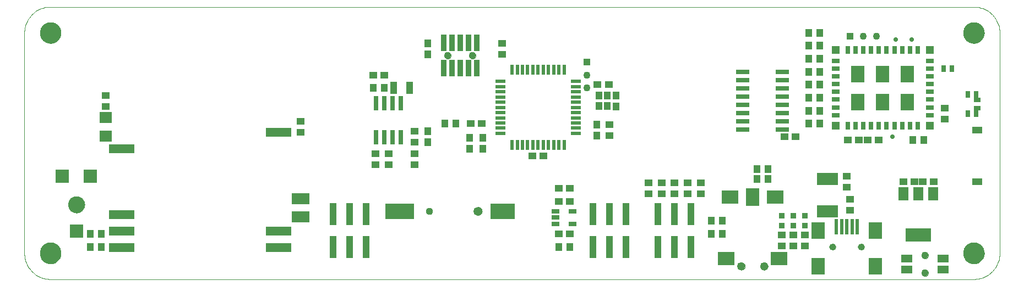
<source format=gts>
G75*
G70*
%OFA0B0*%
%FSLAX24Y24*%
%IPPOS*%
%LPD*%
%AMOC8*
5,1,8,0,0,1.08239X$1,22.5*
%
%ADD10C,0.0000*%
%ADD11C,0.1300*%
%ADD12R,0.0827X0.0985*%
%ADD13R,0.0237X0.0949*%
%ADD14C,0.0394*%
%ADD15R,0.0434X0.0473*%
%ADD16R,0.0473X0.0434*%
%ADD17R,0.0276X0.0906*%
%ADD18R,0.0237X0.0631*%
%ADD19R,0.0631X0.0237*%
%ADD20R,0.1540X0.0540*%
%ADD21R,0.1103X0.0670*%
%ADD22C,0.0493*%
%ADD23R,0.1024X0.0827*%
%ADD24R,0.0827X0.1064*%
%ADD25R,0.1300X0.0741*%
%ADD26R,0.0434X0.0512*%
%ADD27R,0.0434X0.0749*%
%ADD28C,0.0434*%
%ADD29R,0.0339X0.0985*%
%ADD30R,0.0440X0.1340*%
%ADD31R,0.0512X0.0257*%
%ADD32R,0.0316X0.0512*%
%ADD33R,0.0512X0.0512*%
%ADD34R,0.0788X0.0985*%
%ADD35R,0.0512X0.0316*%
%ADD36R,0.0394X0.0316*%
%ADD37R,0.0316X0.0394*%
%ADD38R,0.0631X0.0434*%
%ADD39C,0.0276*%
%ADD40R,0.0434X0.0434*%
%ADD41R,0.0670X0.0493*%
%ADD42R,0.1733X0.0946*%
%ADD43R,0.1481X0.0946*%
%ADD44C,0.0532*%
%ADD45R,0.0631X0.0827*%
%ADD46R,0.1536X0.0827*%
%ADD47R,0.0840X0.0300*%
%ADD48R,0.0355X0.0355*%
%ADD49R,0.0827X0.0827*%
%ADD50C,0.1024*%
%ADD51R,0.0750X0.0670*%
D10*
X001725Y001109D02*
X057630Y001109D01*
X054481Y001483D02*
X054483Y001510D01*
X054489Y001537D01*
X054498Y001563D01*
X054511Y001587D01*
X054527Y001610D01*
X054546Y001629D01*
X054568Y001646D01*
X054592Y001660D01*
X054617Y001670D01*
X054644Y001677D01*
X054671Y001680D01*
X054699Y001679D01*
X054726Y001674D01*
X054752Y001666D01*
X054776Y001654D01*
X054799Y001638D01*
X054820Y001620D01*
X054837Y001599D01*
X054852Y001575D01*
X054863Y001550D01*
X054871Y001524D01*
X054875Y001497D01*
X054875Y001469D01*
X054871Y001442D01*
X054863Y001416D01*
X054852Y001391D01*
X054837Y001367D01*
X054820Y001346D01*
X054799Y001328D01*
X054777Y001312D01*
X054752Y001300D01*
X054726Y001292D01*
X054699Y001287D01*
X054671Y001286D01*
X054644Y001289D01*
X054617Y001296D01*
X054592Y001306D01*
X054568Y001320D01*
X054546Y001337D01*
X054527Y001356D01*
X054511Y001379D01*
X054498Y001403D01*
X054489Y001429D01*
X054483Y001456D01*
X054481Y001483D01*
X054481Y002546D02*
X054483Y002573D01*
X054489Y002600D01*
X054498Y002626D01*
X054511Y002650D01*
X054527Y002673D01*
X054546Y002692D01*
X054568Y002709D01*
X054592Y002723D01*
X054617Y002733D01*
X054644Y002740D01*
X054671Y002743D01*
X054699Y002742D01*
X054726Y002737D01*
X054752Y002729D01*
X054776Y002717D01*
X054799Y002701D01*
X054820Y002683D01*
X054837Y002662D01*
X054852Y002638D01*
X054863Y002613D01*
X054871Y002587D01*
X054875Y002560D01*
X054875Y002532D01*
X054871Y002505D01*
X054863Y002479D01*
X054852Y002454D01*
X054837Y002430D01*
X054820Y002409D01*
X054799Y002391D01*
X054777Y002375D01*
X054752Y002363D01*
X054726Y002355D01*
X054699Y002350D01*
X054671Y002349D01*
X054644Y002352D01*
X054617Y002359D01*
X054592Y002369D01*
X054568Y002383D01*
X054546Y002400D01*
X054527Y002419D01*
X054511Y002442D01*
X054498Y002466D01*
X054489Y002492D01*
X054483Y002519D01*
X054481Y002546D01*
X057000Y002684D02*
X057002Y002734D01*
X057008Y002784D01*
X057018Y002833D01*
X057032Y002881D01*
X057049Y002928D01*
X057070Y002973D01*
X057095Y003017D01*
X057123Y003058D01*
X057155Y003097D01*
X057189Y003134D01*
X057226Y003168D01*
X057266Y003198D01*
X057308Y003225D01*
X057352Y003249D01*
X057398Y003270D01*
X057445Y003286D01*
X057493Y003299D01*
X057543Y003308D01*
X057592Y003313D01*
X057643Y003314D01*
X057693Y003311D01*
X057742Y003304D01*
X057791Y003293D01*
X057839Y003278D01*
X057885Y003260D01*
X057930Y003238D01*
X057973Y003212D01*
X058014Y003183D01*
X058053Y003151D01*
X058089Y003116D01*
X058121Y003078D01*
X058151Y003038D01*
X058178Y002995D01*
X058201Y002951D01*
X058220Y002905D01*
X058236Y002857D01*
X058248Y002808D01*
X058256Y002759D01*
X058260Y002709D01*
X058260Y002659D01*
X058256Y002609D01*
X058248Y002560D01*
X058236Y002511D01*
X058220Y002463D01*
X058201Y002417D01*
X058178Y002373D01*
X058151Y002330D01*
X058121Y002290D01*
X058089Y002252D01*
X058053Y002217D01*
X058014Y002185D01*
X057973Y002156D01*
X057930Y002130D01*
X057885Y002108D01*
X057839Y002090D01*
X057791Y002075D01*
X057742Y002064D01*
X057693Y002057D01*
X057643Y002054D01*
X057592Y002055D01*
X057543Y002060D01*
X057493Y002069D01*
X057445Y002082D01*
X057398Y002098D01*
X057352Y002119D01*
X057308Y002143D01*
X057266Y002170D01*
X057226Y002200D01*
X057189Y002234D01*
X057155Y002271D01*
X057123Y002310D01*
X057095Y002351D01*
X057070Y002395D01*
X057049Y002440D01*
X057032Y002487D01*
X057018Y002535D01*
X057008Y002584D01*
X057002Y002634D01*
X057000Y002684D01*
X057630Y001109D02*
X057707Y001111D01*
X057784Y001117D01*
X057861Y001126D01*
X057937Y001139D01*
X058013Y001156D01*
X058087Y001177D01*
X058161Y001201D01*
X058233Y001229D01*
X058303Y001260D01*
X058372Y001295D01*
X058440Y001333D01*
X058505Y001374D01*
X058568Y001419D01*
X058629Y001467D01*
X058688Y001517D01*
X058744Y001570D01*
X058797Y001626D01*
X058847Y001685D01*
X058895Y001746D01*
X058940Y001809D01*
X058981Y001874D01*
X059019Y001942D01*
X059054Y002011D01*
X059085Y002081D01*
X059113Y002153D01*
X059137Y002227D01*
X059158Y002301D01*
X059175Y002377D01*
X059188Y002453D01*
X059197Y002530D01*
X059203Y002607D01*
X059205Y002684D01*
X059205Y016070D01*
X057000Y016070D02*
X057002Y016120D01*
X057008Y016170D01*
X057018Y016219D01*
X057032Y016267D01*
X057049Y016314D01*
X057070Y016359D01*
X057095Y016403D01*
X057123Y016444D01*
X057155Y016483D01*
X057189Y016520D01*
X057226Y016554D01*
X057266Y016584D01*
X057308Y016611D01*
X057352Y016635D01*
X057398Y016656D01*
X057445Y016672D01*
X057493Y016685D01*
X057543Y016694D01*
X057592Y016699D01*
X057643Y016700D01*
X057693Y016697D01*
X057742Y016690D01*
X057791Y016679D01*
X057839Y016664D01*
X057885Y016646D01*
X057930Y016624D01*
X057973Y016598D01*
X058014Y016569D01*
X058053Y016537D01*
X058089Y016502D01*
X058121Y016464D01*
X058151Y016424D01*
X058178Y016381D01*
X058201Y016337D01*
X058220Y016291D01*
X058236Y016243D01*
X058248Y016194D01*
X058256Y016145D01*
X058260Y016095D01*
X058260Y016045D01*
X058256Y015995D01*
X058248Y015946D01*
X058236Y015897D01*
X058220Y015849D01*
X058201Y015803D01*
X058178Y015759D01*
X058151Y015716D01*
X058121Y015676D01*
X058089Y015638D01*
X058053Y015603D01*
X058014Y015571D01*
X057973Y015542D01*
X057930Y015516D01*
X057885Y015494D01*
X057839Y015476D01*
X057791Y015461D01*
X057742Y015450D01*
X057693Y015443D01*
X057643Y015440D01*
X057592Y015441D01*
X057543Y015446D01*
X057493Y015455D01*
X057445Y015468D01*
X057398Y015484D01*
X057352Y015505D01*
X057308Y015529D01*
X057266Y015556D01*
X057226Y015586D01*
X057189Y015620D01*
X057155Y015657D01*
X057123Y015696D01*
X057095Y015737D01*
X057070Y015781D01*
X057049Y015826D01*
X057032Y015873D01*
X057018Y015921D01*
X057008Y015970D01*
X057002Y016020D01*
X057000Y016070D01*
X057630Y017645D02*
X057707Y017643D01*
X057784Y017637D01*
X057861Y017628D01*
X057937Y017615D01*
X058013Y017598D01*
X058087Y017577D01*
X058161Y017553D01*
X058233Y017525D01*
X058303Y017494D01*
X058372Y017459D01*
X058440Y017421D01*
X058505Y017380D01*
X058568Y017335D01*
X058629Y017287D01*
X058688Y017237D01*
X058744Y017184D01*
X058797Y017128D01*
X058847Y017069D01*
X058895Y017008D01*
X058940Y016945D01*
X058981Y016880D01*
X059019Y016812D01*
X059054Y016743D01*
X059085Y016673D01*
X059113Y016601D01*
X059137Y016527D01*
X059158Y016453D01*
X059175Y016377D01*
X059188Y016301D01*
X059197Y016224D01*
X059203Y016147D01*
X059205Y016070D01*
X057630Y017645D02*
X001725Y017645D01*
X001095Y016070D02*
X001097Y016120D01*
X001103Y016170D01*
X001113Y016219D01*
X001127Y016267D01*
X001144Y016314D01*
X001165Y016359D01*
X001190Y016403D01*
X001218Y016444D01*
X001250Y016483D01*
X001284Y016520D01*
X001321Y016554D01*
X001361Y016584D01*
X001403Y016611D01*
X001447Y016635D01*
X001493Y016656D01*
X001540Y016672D01*
X001588Y016685D01*
X001638Y016694D01*
X001687Y016699D01*
X001738Y016700D01*
X001788Y016697D01*
X001837Y016690D01*
X001886Y016679D01*
X001934Y016664D01*
X001980Y016646D01*
X002025Y016624D01*
X002068Y016598D01*
X002109Y016569D01*
X002148Y016537D01*
X002184Y016502D01*
X002216Y016464D01*
X002246Y016424D01*
X002273Y016381D01*
X002296Y016337D01*
X002315Y016291D01*
X002331Y016243D01*
X002343Y016194D01*
X002351Y016145D01*
X002355Y016095D01*
X002355Y016045D01*
X002351Y015995D01*
X002343Y015946D01*
X002331Y015897D01*
X002315Y015849D01*
X002296Y015803D01*
X002273Y015759D01*
X002246Y015716D01*
X002216Y015676D01*
X002184Y015638D01*
X002148Y015603D01*
X002109Y015571D01*
X002068Y015542D01*
X002025Y015516D01*
X001980Y015494D01*
X001934Y015476D01*
X001886Y015461D01*
X001837Y015450D01*
X001788Y015443D01*
X001738Y015440D01*
X001687Y015441D01*
X001638Y015446D01*
X001588Y015455D01*
X001540Y015468D01*
X001493Y015484D01*
X001447Y015505D01*
X001403Y015529D01*
X001361Y015556D01*
X001321Y015586D01*
X001284Y015620D01*
X001250Y015657D01*
X001218Y015696D01*
X001190Y015737D01*
X001165Y015781D01*
X001144Y015826D01*
X001127Y015873D01*
X001113Y015921D01*
X001103Y015970D01*
X001097Y016020D01*
X001095Y016070D01*
X000150Y016070D02*
X000152Y016147D01*
X000158Y016224D01*
X000167Y016301D01*
X000180Y016377D01*
X000197Y016453D01*
X000218Y016527D01*
X000242Y016601D01*
X000270Y016673D01*
X000301Y016743D01*
X000336Y016812D01*
X000374Y016880D01*
X000415Y016945D01*
X000460Y017008D01*
X000508Y017069D01*
X000558Y017128D01*
X000611Y017184D01*
X000667Y017237D01*
X000726Y017287D01*
X000787Y017335D01*
X000850Y017380D01*
X000915Y017421D01*
X000983Y017459D01*
X001052Y017494D01*
X001122Y017525D01*
X001194Y017553D01*
X001268Y017577D01*
X001342Y017598D01*
X001418Y017615D01*
X001494Y017628D01*
X001571Y017637D01*
X001648Y017643D01*
X001725Y017645D01*
X000150Y016070D02*
X000150Y002684D01*
X001095Y002684D02*
X001097Y002734D01*
X001103Y002784D01*
X001113Y002833D01*
X001127Y002881D01*
X001144Y002928D01*
X001165Y002973D01*
X001190Y003017D01*
X001218Y003058D01*
X001250Y003097D01*
X001284Y003134D01*
X001321Y003168D01*
X001361Y003198D01*
X001403Y003225D01*
X001447Y003249D01*
X001493Y003270D01*
X001540Y003286D01*
X001588Y003299D01*
X001638Y003308D01*
X001687Y003313D01*
X001738Y003314D01*
X001788Y003311D01*
X001837Y003304D01*
X001886Y003293D01*
X001934Y003278D01*
X001980Y003260D01*
X002025Y003238D01*
X002068Y003212D01*
X002109Y003183D01*
X002148Y003151D01*
X002184Y003116D01*
X002216Y003078D01*
X002246Y003038D01*
X002273Y002995D01*
X002296Y002951D01*
X002315Y002905D01*
X002331Y002857D01*
X002343Y002808D01*
X002351Y002759D01*
X002355Y002709D01*
X002355Y002659D01*
X002351Y002609D01*
X002343Y002560D01*
X002331Y002511D01*
X002315Y002463D01*
X002296Y002417D01*
X002273Y002373D01*
X002246Y002330D01*
X002216Y002290D01*
X002184Y002252D01*
X002148Y002217D01*
X002109Y002185D01*
X002068Y002156D01*
X002025Y002130D01*
X001980Y002108D01*
X001934Y002090D01*
X001886Y002075D01*
X001837Y002064D01*
X001788Y002057D01*
X001738Y002054D01*
X001687Y002055D01*
X001638Y002060D01*
X001588Y002069D01*
X001540Y002082D01*
X001493Y002098D01*
X001447Y002119D01*
X001403Y002143D01*
X001361Y002170D01*
X001321Y002200D01*
X001284Y002234D01*
X001250Y002271D01*
X001218Y002310D01*
X001190Y002351D01*
X001165Y002395D01*
X001144Y002440D01*
X001127Y002487D01*
X001113Y002535D01*
X001103Y002584D01*
X001097Y002634D01*
X001095Y002684D01*
X000150Y002684D02*
X000152Y002607D01*
X000158Y002530D01*
X000167Y002453D01*
X000180Y002377D01*
X000197Y002301D01*
X000218Y002227D01*
X000242Y002153D01*
X000270Y002081D01*
X000301Y002011D01*
X000336Y001942D01*
X000374Y001874D01*
X000415Y001809D01*
X000460Y001746D01*
X000508Y001685D01*
X000558Y001626D01*
X000611Y001570D01*
X000667Y001517D01*
X000726Y001467D01*
X000787Y001419D01*
X000850Y001374D01*
X000915Y001333D01*
X000983Y001295D01*
X001052Y001260D01*
X001122Y001229D01*
X001194Y001201D01*
X001268Y001177D01*
X001342Y001156D01*
X001418Y001139D01*
X001494Y001126D01*
X001571Y001117D01*
X001648Y001111D01*
X001725Y001109D01*
X002808Y005637D02*
X002810Y005681D01*
X002816Y005725D01*
X002826Y005768D01*
X002839Y005810D01*
X002857Y005850D01*
X002878Y005889D01*
X002902Y005926D01*
X002929Y005961D01*
X002960Y005993D01*
X002993Y006022D01*
X003029Y006048D01*
X003067Y006070D01*
X003107Y006089D01*
X003148Y006105D01*
X003191Y006117D01*
X003234Y006125D01*
X003278Y006129D01*
X003322Y006129D01*
X003366Y006125D01*
X003409Y006117D01*
X003452Y006105D01*
X003493Y006089D01*
X003533Y006070D01*
X003571Y006048D01*
X003607Y006022D01*
X003640Y005993D01*
X003671Y005961D01*
X003698Y005926D01*
X003722Y005889D01*
X003743Y005850D01*
X003761Y005810D01*
X003774Y005768D01*
X003784Y005725D01*
X003790Y005681D01*
X003792Y005637D01*
X003790Y005593D01*
X003784Y005549D01*
X003774Y005506D01*
X003761Y005464D01*
X003743Y005424D01*
X003722Y005385D01*
X003698Y005348D01*
X003671Y005313D01*
X003640Y005281D01*
X003607Y005252D01*
X003571Y005226D01*
X003533Y005204D01*
X003493Y005185D01*
X003452Y005169D01*
X003409Y005157D01*
X003366Y005149D01*
X003322Y005145D01*
X003278Y005145D01*
X003234Y005149D01*
X003191Y005157D01*
X003148Y005169D01*
X003107Y005185D01*
X003067Y005204D01*
X003029Y005226D01*
X002993Y005252D01*
X002960Y005281D01*
X002929Y005313D01*
X002902Y005348D01*
X002878Y005385D01*
X002857Y005424D01*
X002839Y005464D01*
X002826Y005506D01*
X002816Y005549D01*
X002810Y005593D01*
X002808Y005637D01*
X024461Y005243D02*
X024463Y005270D01*
X024469Y005297D01*
X024478Y005323D01*
X024491Y005347D01*
X024507Y005370D01*
X024526Y005389D01*
X024548Y005406D01*
X024572Y005420D01*
X024597Y005430D01*
X024624Y005437D01*
X024651Y005440D01*
X024679Y005439D01*
X024706Y005434D01*
X024732Y005426D01*
X024756Y005414D01*
X024779Y005398D01*
X024800Y005380D01*
X024817Y005359D01*
X024832Y005335D01*
X024843Y005310D01*
X024851Y005284D01*
X024855Y005257D01*
X024855Y005229D01*
X024851Y005202D01*
X024843Y005176D01*
X024832Y005151D01*
X024817Y005127D01*
X024800Y005106D01*
X024779Y005088D01*
X024757Y005072D01*
X024732Y005060D01*
X024706Y005052D01*
X024679Y005047D01*
X024651Y005046D01*
X024624Y005049D01*
X024597Y005056D01*
X024572Y005066D01*
X024548Y005080D01*
X024526Y005097D01*
X024507Y005116D01*
X024491Y005139D01*
X024478Y005163D01*
X024469Y005189D01*
X024463Y005216D01*
X024461Y005243D01*
X027365Y005243D02*
X027367Y005274D01*
X027373Y005304D01*
X027382Y005334D01*
X027395Y005362D01*
X027412Y005388D01*
X027432Y005411D01*
X027454Y005433D01*
X027479Y005451D01*
X027506Y005466D01*
X027535Y005477D01*
X027565Y005485D01*
X027596Y005489D01*
X027626Y005489D01*
X027657Y005485D01*
X027687Y005477D01*
X027716Y005466D01*
X027743Y005451D01*
X027768Y005433D01*
X027790Y005411D01*
X027810Y005388D01*
X027827Y005362D01*
X027840Y005334D01*
X027849Y005304D01*
X027855Y005274D01*
X027857Y005243D01*
X027855Y005212D01*
X027849Y005182D01*
X027840Y005152D01*
X027827Y005124D01*
X027810Y005098D01*
X027790Y005075D01*
X027768Y005053D01*
X027743Y005035D01*
X027716Y005020D01*
X027687Y005009D01*
X027657Y005001D01*
X027626Y004997D01*
X027596Y004997D01*
X027565Y005001D01*
X027535Y005009D01*
X027506Y005020D01*
X027479Y005035D01*
X027454Y005053D01*
X027432Y005075D01*
X027412Y005098D01*
X027395Y005124D01*
X027382Y005152D01*
X027373Y005182D01*
X027367Y005212D01*
X027365Y005243D01*
X043330Y001897D02*
X043332Y001926D01*
X043338Y001955D01*
X043347Y001983D01*
X043360Y002010D01*
X043377Y002035D01*
X043396Y002057D01*
X043418Y002076D01*
X043443Y002093D01*
X043470Y002106D01*
X043498Y002115D01*
X043527Y002121D01*
X043556Y002123D01*
X043585Y002121D01*
X043614Y002115D01*
X043642Y002106D01*
X043669Y002093D01*
X043694Y002076D01*
X043716Y002057D01*
X043735Y002035D01*
X043752Y002010D01*
X043765Y001983D01*
X043774Y001955D01*
X043780Y001926D01*
X043782Y001897D01*
X043780Y001868D01*
X043774Y001839D01*
X043765Y001811D01*
X043752Y001784D01*
X043735Y001759D01*
X043716Y001737D01*
X043694Y001718D01*
X043669Y001701D01*
X043642Y001688D01*
X043614Y001679D01*
X043585Y001673D01*
X043556Y001671D01*
X043527Y001673D01*
X043498Y001679D01*
X043470Y001688D01*
X043443Y001701D01*
X043418Y001718D01*
X043396Y001737D01*
X043377Y001759D01*
X043360Y001784D01*
X043347Y001811D01*
X043338Y001839D01*
X043332Y001868D01*
X043330Y001897D01*
X044707Y001897D02*
X044709Y001926D01*
X044715Y001955D01*
X044724Y001983D01*
X044737Y002010D01*
X044754Y002035D01*
X044773Y002057D01*
X044795Y002076D01*
X044820Y002093D01*
X044847Y002106D01*
X044875Y002115D01*
X044904Y002121D01*
X044933Y002123D01*
X044962Y002121D01*
X044991Y002115D01*
X045019Y002106D01*
X045046Y002093D01*
X045071Y002076D01*
X045093Y002057D01*
X045112Y002035D01*
X045129Y002010D01*
X045142Y001983D01*
X045151Y001955D01*
X045157Y001926D01*
X045159Y001897D01*
X045157Y001868D01*
X045151Y001839D01*
X045142Y001811D01*
X045129Y001784D01*
X045112Y001759D01*
X045093Y001737D01*
X045071Y001718D01*
X045046Y001701D01*
X045019Y001688D01*
X044991Y001679D01*
X044962Y001673D01*
X044933Y001671D01*
X044904Y001673D01*
X044875Y001679D01*
X044847Y001688D01*
X044820Y001701D01*
X044795Y001718D01*
X044773Y001737D01*
X044754Y001759D01*
X044737Y001784D01*
X044724Y001811D01*
X044715Y001839D01*
X044709Y001868D01*
X044707Y001897D01*
X048910Y003078D02*
X048912Y003104D01*
X048918Y003130D01*
X048928Y003155D01*
X048941Y003178D01*
X048957Y003198D01*
X048977Y003216D01*
X048999Y003231D01*
X049022Y003243D01*
X049048Y003251D01*
X049074Y003255D01*
X049100Y003255D01*
X049126Y003251D01*
X049152Y003243D01*
X049176Y003231D01*
X049197Y003216D01*
X049217Y003198D01*
X049233Y003178D01*
X049246Y003155D01*
X049256Y003130D01*
X049262Y003104D01*
X049264Y003078D01*
X049262Y003052D01*
X049256Y003026D01*
X049246Y003001D01*
X049233Y002978D01*
X049217Y002958D01*
X049197Y002940D01*
X049175Y002925D01*
X049152Y002913D01*
X049126Y002905D01*
X049100Y002901D01*
X049074Y002901D01*
X049048Y002905D01*
X049022Y002913D01*
X048998Y002925D01*
X048977Y002940D01*
X048957Y002958D01*
X048941Y002978D01*
X048928Y003001D01*
X048918Y003026D01*
X048912Y003052D01*
X048910Y003078D01*
X050642Y003078D02*
X050644Y003104D01*
X050650Y003130D01*
X050660Y003155D01*
X050673Y003178D01*
X050689Y003198D01*
X050709Y003216D01*
X050731Y003231D01*
X050754Y003243D01*
X050780Y003251D01*
X050806Y003255D01*
X050832Y003255D01*
X050858Y003251D01*
X050884Y003243D01*
X050908Y003231D01*
X050929Y003216D01*
X050949Y003198D01*
X050965Y003178D01*
X050978Y003155D01*
X050988Y003130D01*
X050994Y003104D01*
X050996Y003078D01*
X050994Y003052D01*
X050988Y003026D01*
X050978Y003001D01*
X050965Y002978D01*
X050949Y002958D01*
X050929Y002940D01*
X050907Y002925D01*
X050884Y002913D01*
X050858Y002905D01*
X050832Y002901D01*
X050806Y002901D01*
X050780Y002905D01*
X050754Y002913D01*
X050730Y002925D01*
X050709Y002940D01*
X050689Y002958D01*
X050673Y002978D01*
X050660Y003001D01*
X050650Y003026D01*
X050644Y003052D01*
X050642Y003078D01*
X027081Y014692D02*
X027083Y014719D01*
X027089Y014746D01*
X027098Y014772D01*
X027111Y014796D01*
X027127Y014819D01*
X027146Y014838D01*
X027168Y014855D01*
X027192Y014869D01*
X027217Y014879D01*
X027244Y014886D01*
X027271Y014889D01*
X027299Y014888D01*
X027326Y014883D01*
X027352Y014875D01*
X027376Y014863D01*
X027399Y014847D01*
X027420Y014829D01*
X027437Y014808D01*
X027452Y014784D01*
X027463Y014759D01*
X027471Y014733D01*
X027475Y014706D01*
X027475Y014678D01*
X027471Y014651D01*
X027463Y014625D01*
X027452Y014600D01*
X027437Y014576D01*
X027420Y014555D01*
X027399Y014537D01*
X027377Y014521D01*
X027352Y014509D01*
X027326Y014501D01*
X027299Y014496D01*
X027271Y014495D01*
X027244Y014498D01*
X027217Y014505D01*
X027192Y014515D01*
X027168Y014529D01*
X027146Y014546D01*
X027127Y014565D01*
X027111Y014588D01*
X027098Y014612D01*
X027089Y014638D01*
X027083Y014665D01*
X027081Y014692D01*
X025581Y014692D02*
X025583Y014719D01*
X025589Y014746D01*
X025598Y014772D01*
X025611Y014796D01*
X025627Y014819D01*
X025646Y014838D01*
X025668Y014855D01*
X025692Y014869D01*
X025717Y014879D01*
X025744Y014886D01*
X025771Y014889D01*
X025799Y014888D01*
X025826Y014883D01*
X025852Y014875D01*
X025876Y014863D01*
X025899Y014847D01*
X025920Y014829D01*
X025937Y014808D01*
X025952Y014784D01*
X025963Y014759D01*
X025971Y014733D01*
X025975Y014706D01*
X025975Y014678D01*
X025971Y014651D01*
X025963Y014625D01*
X025952Y014600D01*
X025937Y014576D01*
X025920Y014555D01*
X025899Y014537D01*
X025877Y014521D01*
X025852Y014509D01*
X025826Y014501D01*
X025799Y014496D01*
X025771Y014495D01*
X025744Y014498D01*
X025717Y014505D01*
X025692Y014515D01*
X025668Y014529D01*
X025646Y014546D01*
X025627Y014565D01*
X025611Y014588D01*
X025598Y014612D01*
X025589Y014638D01*
X025583Y014665D01*
X025581Y014692D01*
D11*
X001725Y016070D03*
X001725Y002684D03*
X057630Y002684D03*
X057630Y016070D03*
D12*
X051685Y004062D03*
X048221Y004062D03*
X048221Y001897D03*
X051685Y001897D03*
D13*
X050583Y004284D03*
X050268Y004284D03*
X049953Y004284D03*
X049638Y004284D03*
X049323Y004284D03*
D14*
X049087Y003078D03*
X050819Y003078D03*
D15*
X042414Y003865D03*
X041744Y003865D03*
X041744Y004653D03*
X042414Y004653D03*
X044500Y007212D03*
X045170Y007212D03*
X045170Y007802D03*
X044500Y007802D03*
X047650Y010558D03*
X048319Y010558D03*
X048319Y011345D03*
X047650Y011345D03*
X047650Y012133D03*
X048319Y012133D03*
X048319Y012920D03*
X047650Y012920D03*
X047650Y013708D03*
X048319Y013708D03*
X048319Y014495D03*
X047650Y014495D03*
X047650Y015282D03*
X048319Y015282D03*
X048319Y016070D03*
X047650Y016070D03*
X035977Y012271D03*
X035977Y011601D03*
X034796Y010499D03*
X034796Y009830D03*
X027906Y009712D03*
X027119Y009712D03*
X027119Y009042D03*
X027906Y009042D03*
X024559Y009436D03*
X024559Y010105D03*
X025603Y010558D03*
X026272Y010558D03*
X021941Y012723D03*
X021272Y012723D03*
X024559Y014751D03*
X024559Y015420D03*
X053949Y009574D03*
X054619Y009574D03*
X033162Y003078D03*
X032493Y003078D03*
X004815Y003078D03*
X004146Y003078D03*
X004146Y003865D03*
X004815Y003865D03*
D16*
X021410Y008058D03*
X022197Y008058D03*
X023772Y008058D03*
X023772Y008727D03*
X022197Y008727D03*
X021410Y008727D03*
X023772Y009436D03*
X023772Y010105D03*
X027178Y010558D03*
X027847Y010558D03*
X030918Y008590D03*
X031587Y008590D03*
X035583Y009830D03*
X035583Y010499D03*
X035524Y012920D03*
X034855Y012920D03*
X029087Y014751D03*
X029087Y015420D03*
X021941Y013511D03*
X021272Y013511D03*
X016882Y010696D03*
X016882Y010027D03*
X005071Y011601D03*
X005071Y012271D03*
X032493Y006621D03*
X033162Y006621D03*
X033162Y005834D03*
X032493Y005834D03*
X037945Y006286D03*
X038733Y006286D03*
X039520Y006286D03*
X040307Y006286D03*
X041095Y006286D03*
X041095Y006956D03*
X040307Y006956D03*
X039520Y006956D03*
X038733Y006956D03*
X037945Y006956D03*
X046174Y009771D03*
X046843Y009771D03*
X050012Y009574D03*
X050681Y009574D03*
X051193Y009574D03*
X051863Y009574D03*
X055859Y010814D03*
X055859Y011483D03*
X049953Y007349D03*
X049953Y006680D03*
X050150Y005971D03*
X050150Y005302D03*
X047394Y003806D03*
X046705Y003806D03*
X046016Y003806D03*
X046016Y003137D03*
X046705Y003137D03*
X047394Y003137D03*
X053359Y007015D03*
X054028Y007015D03*
X054540Y007015D03*
X055209Y007015D03*
X033162Y003865D03*
X032493Y003865D03*
D17*
X022947Y009731D03*
X022447Y009731D03*
X021947Y009731D03*
X021447Y009731D03*
X021447Y011779D03*
X021947Y011779D03*
X022447Y011779D03*
X022947Y011779D03*
D18*
X029678Y013826D03*
X029993Y013826D03*
X030307Y013826D03*
X030622Y013826D03*
X030937Y013826D03*
X031252Y013826D03*
X031567Y013826D03*
X031882Y013826D03*
X032197Y013826D03*
X032512Y013826D03*
X032827Y013826D03*
X032827Y009259D03*
X032512Y009259D03*
X032197Y009259D03*
X031882Y009259D03*
X031567Y009259D03*
X031252Y009259D03*
X030937Y009259D03*
X030622Y009259D03*
X030307Y009259D03*
X029993Y009259D03*
X029678Y009259D03*
D19*
X028969Y009968D03*
X028969Y010282D03*
X028969Y010597D03*
X028969Y010912D03*
X028969Y011227D03*
X028969Y011542D03*
X028969Y011857D03*
X028969Y012172D03*
X028969Y012487D03*
X028969Y012802D03*
X028969Y013117D03*
X033536Y013117D03*
X033536Y012802D03*
X033536Y012487D03*
X033536Y012172D03*
X033536Y011857D03*
X033536Y011542D03*
X033536Y011227D03*
X033536Y010912D03*
X033536Y010597D03*
X033536Y010282D03*
X033536Y009968D03*
D20*
X015530Y010015D03*
X006030Y009015D03*
X006030Y005015D03*
X006030Y004015D03*
X006030Y003015D03*
X015530Y003015D03*
X015530Y004015D03*
D21*
X016882Y004889D03*
X016882Y005991D03*
D22*
X043556Y001897D03*
X044933Y001897D03*
D23*
X045839Y002369D03*
X042650Y002369D03*
X042867Y006109D03*
X045622Y006109D03*
D24*
X044244Y006109D03*
D25*
X048772Y005243D03*
X048772Y007212D03*
D26*
X035426Y011621D03*
X034953Y011621D03*
X034953Y012251D03*
X035426Y012251D03*
D27*
X023477Y012723D03*
X022493Y012723D03*
D28*
X025778Y014692D03*
X027278Y014692D03*
X034205Y013511D03*
X034205Y012723D03*
X050937Y015873D03*
X051725Y015873D03*
X024658Y005243D03*
X054678Y002546D03*
X054678Y001483D03*
D29*
X027528Y013924D03*
X027028Y013924D03*
X026528Y013924D03*
X026028Y013924D03*
X025528Y013924D03*
X025528Y015460D03*
X026028Y015460D03*
X026528Y015460D03*
X027028Y015460D03*
X027528Y015460D03*
D30*
X020835Y005062D03*
X019835Y005062D03*
X018835Y005062D03*
X018835Y003062D03*
X019835Y003062D03*
X020835Y003062D03*
X034583Y003062D03*
X035583Y003062D03*
X036583Y003062D03*
X038520Y003062D03*
X039520Y003062D03*
X040520Y003062D03*
X040520Y005062D03*
X039520Y005062D03*
X038520Y005062D03*
X036583Y005062D03*
X035583Y005062D03*
X034583Y005062D03*
D31*
X033339Y005223D03*
X032315Y005223D03*
X032315Y004849D03*
X032315Y004475D03*
X033339Y004475D03*
D32*
X049993Y010420D03*
X050465Y010420D03*
X050937Y010420D03*
X051410Y010420D03*
X051882Y010420D03*
X052355Y010420D03*
X052827Y010420D03*
X053300Y010420D03*
X053772Y010420D03*
X054244Y010420D03*
X054244Y015027D03*
X053772Y015027D03*
X053300Y015027D03*
X052827Y015027D03*
X052355Y015027D03*
X051882Y015027D03*
X051410Y015027D03*
X050937Y015027D03*
X050465Y015027D03*
X049993Y015027D03*
D33*
X049264Y015027D03*
X054973Y015027D03*
X054973Y010420D03*
X049264Y010420D03*
D34*
X050622Y011877D03*
X052119Y011877D03*
X053615Y011877D03*
X053615Y013570D03*
X052119Y013570D03*
X050622Y013570D03*
D35*
X049264Y013432D03*
X049264Y012960D03*
X049264Y012487D03*
X049264Y012015D03*
X049264Y011542D03*
X049264Y011070D03*
X054973Y011070D03*
X054973Y011542D03*
X054973Y012015D03*
X054973Y012487D03*
X054973Y012960D03*
X054973Y013432D03*
X054973Y013905D03*
X054973Y014377D03*
X049264Y014377D03*
X049264Y013905D03*
D36*
X057827Y011995D03*
X057827Y011483D03*
D37*
X057788Y011149D03*
X057276Y011149D03*
X057276Y012330D03*
X057788Y012330D03*
X056311Y013905D03*
X055800Y013905D03*
D38*
X057827Y010164D03*
X057827Y007015D03*
D39*
X052709Y009771D03*
X052906Y015676D03*
X053890Y015676D03*
D40*
X050150Y015873D03*
X034205Y014298D03*
D41*
X053575Y002349D03*
X055780Y002349D03*
X055780Y001680D03*
X053575Y001680D03*
D42*
X022882Y005243D03*
D43*
X029119Y005243D03*
D44*
X027611Y005243D03*
D45*
X053378Y006286D03*
X054284Y006286D03*
X055189Y006286D03*
D46*
X054284Y003806D03*
D47*
X046045Y010186D03*
X046045Y010686D03*
X046045Y011186D03*
X046045Y011686D03*
X046045Y012186D03*
X046045Y012686D03*
X046045Y013186D03*
X046045Y013686D03*
X043625Y013686D03*
X043625Y013186D03*
X043625Y012686D03*
X043625Y012186D03*
X043625Y011686D03*
X043625Y011186D03*
X043625Y010686D03*
X043625Y010186D03*
D48*
X046016Y004948D03*
X046705Y004948D03*
X047394Y004948D03*
X047394Y004357D03*
X046705Y004357D03*
X046016Y004357D03*
D49*
X004146Y007349D03*
X002453Y007349D03*
X003300Y004042D03*
D50*
X003300Y005637D03*
D51*
X005071Y009801D03*
X005071Y010921D03*
M02*

</source>
